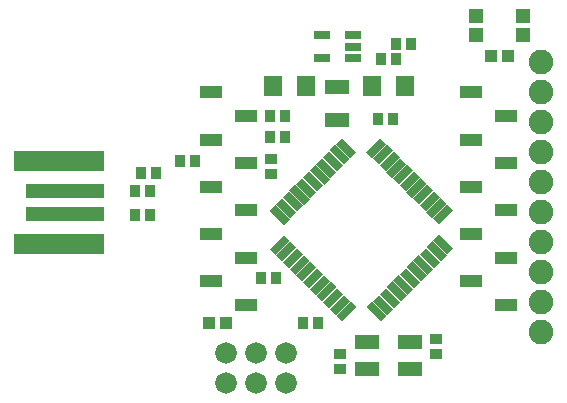
<source format=gts>
G75*
G70*
%OFA0B0*%
%FSLAX24Y24*%
%IPPOS*%
%LPD*%
%AMOC8*
5,1,8,0,0,1.08239X$1,22.5*
%
%ADD10R,0.0356X0.0434*%
%ADD11R,0.0631X0.0710*%
%ADD12R,0.0395X0.0395*%
%ADD13R,0.0671X0.0277*%
%ADD14R,0.0277X0.0671*%
%ADD15R,0.0828X0.0513*%
%ADD16R,0.0434X0.0356*%
%ADD17R,0.0789X0.0474*%
%ADD18R,0.0552X0.0297*%
%ADD19R,0.3033X0.0671*%
%ADD20R,0.2639X0.0474*%
%ADD21R,0.0749X0.0415*%
%ADD22C,0.0820*%
%ADD23R,0.0474X0.0474*%
%ADD24C,0.0720*%
D10*
X008744Y004500D03*
X009256Y004500D03*
X010144Y003000D03*
X010656Y003000D03*
X005056Y006600D03*
X004544Y006600D03*
X004544Y007400D03*
X005056Y007400D03*
X005256Y008000D03*
X004744Y008000D03*
X006044Y008400D03*
X006556Y008400D03*
X009044Y009200D03*
X009556Y009200D03*
X009556Y009900D03*
X009044Y009900D03*
X012644Y009800D03*
X013156Y009800D03*
X013256Y011800D03*
X013244Y012300D03*
X013756Y012300D03*
X012744Y011800D03*
D11*
X012449Y010900D03*
X013551Y010900D03*
X010251Y010900D03*
X009149Y010900D03*
D12*
X007005Y003000D03*
X007595Y003000D03*
X016405Y011900D03*
X016995Y011900D03*
D13*
G36*
X011733Y008493D02*
X011260Y008965D01*
X011455Y009161D01*
X011928Y008689D01*
X011733Y008493D01*
G37*
G36*
X011511Y008270D02*
X011038Y008742D01*
X011233Y008938D01*
X011706Y008466D01*
X011511Y008270D01*
G37*
G36*
X011288Y008047D02*
X010815Y008519D01*
X011010Y008715D01*
X011483Y008243D01*
X011288Y008047D01*
G37*
G36*
X011066Y007824D02*
X010593Y008296D01*
X010788Y008492D01*
X011261Y008020D01*
X011066Y007824D01*
G37*
G36*
X010844Y007601D02*
X010371Y008073D01*
X010566Y008269D01*
X011039Y007797D01*
X010844Y007601D01*
G37*
G36*
X010622Y007378D02*
X010149Y007850D01*
X010344Y008046D01*
X010817Y007574D01*
X010622Y007378D01*
G37*
G36*
X010399Y007155D02*
X009926Y007627D01*
X010121Y007823D01*
X010594Y007351D01*
X010399Y007155D01*
G37*
G36*
X010177Y006932D02*
X009704Y007404D01*
X009899Y007600D01*
X010372Y007128D01*
X010177Y006932D01*
G37*
G36*
X009955Y006709D02*
X009482Y007181D01*
X009677Y007377D01*
X010150Y006905D01*
X009955Y006709D01*
G37*
G36*
X009732Y006485D02*
X009259Y006957D01*
X009454Y007153D01*
X009927Y006681D01*
X009732Y006485D01*
G37*
G36*
X009510Y006262D02*
X009037Y006734D01*
X009232Y006930D01*
X009705Y006458D01*
X009510Y006262D01*
G37*
G36*
X013190Y003485D02*
X012717Y003957D01*
X012912Y004153D01*
X013385Y003681D01*
X013190Y003485D01*
G37*
G36*
X012967Y003262D02*
X012494Y003734D01*
X012689Y003930D01*
X013162Y003458D01*
X012967Y003262D01*
G37*
G36*
X012745Y003039D02*
X012272Y003511D01*
X012467Y003707D01*
X012940Y003235D01*
X012745Y003039D01*
G37*
G36*
X013412Y003708D02*
X012939Y004180D01*
X013134Y004376D01*
X013607Y003904D01*
X013412Y003708D01*
G37*
G36*
X013634Y003931D02*
X013161Y004403D01*
X013356Y004599D01*
X013829Y004127D01*
X013634Y003931D01*
G37*
G36*
X013856Y004154D02*
X013383Y004626D01*
X013578Y004822D01*
X014051Y004350D01*
X013856Y004154D01*
G37*
G36*
X014079Y004377D02*
X013606Y004849D01*
X013801Y005045D01*
X014274Y004573D01*
X014079Y004377D01*
G37*
G36*
X014301Y004600D02*
X013828Y005072D01*
X014023Y005268D01*
X014496Y004796D01*
X014301Y004600D01*
G37*
G36*
X014523Y004823D02*
X014050Y005295D01*
X014245Y005491D01*
X014718Y005019D01*
X014523Y004823D01*
G37*
G36*
X014746Y005047D02*
X014273Y005519D01*
X014468Y005715D01*
X014941Y005243D01*
X014746Y005047D01*
G37*
G36*
X014968Y005270D02*
X014495Y005742D01*
X014690Y005938D01*
X015163Y005466D01*
X014968Y005270D01*
G37*
D14*
G36*
X014689Y006272D02*
X014493Y006467D01*
X014965Y006940D01*
X015161Y006745D01*
X014689Y006272D01*
G37*
G36*
X014466Y006494D02*
X014270Y006689D01*
X014742Y007162D01*
X014938Y006967D01*
X014466Y006494D01*
G37*
G36*
X014243Y006717D02*
X014047Y006912D01*
X014519Y007385D01*
X014715Y007190D01*
X014243Y006717D01*
G37*
G36*
X014020Y006939D02*
X013824Y007134D01*
X014296Y007607D01*
X014492Y007412D01*
X014020Y006939D01*
G37*
G36*
X013797Y007161D02*
X013601Y007356D01*
X014073Y007829D01*
X014269Y007634D01*
X013797Y007161D01*
G37*
G36*
X013574Y007383D02*
X013378Y007578D01*
X013850Y008051D01*
X014046Y007856D01*
X013574Y007383D01*
G37*
G36*
X013351Y007606D02*
X013155Y007801D01*
X013627Y008274D01*
X013823Y008079D01*
X013351Y007606D01*
G37*
G36*
X013128Y007828D02*
X012932Y008023D01*
X013404Y008496D01*
X013600Y008301D01*
X013128Y007828D01*
G37*
G36*
X012905Y008050D02*
X012709Y008245D01*
X013181Y008718D01*
X013377Y008523D01*
X012905Y008050D01*
G37*
G36*
X012681Y008273D02*
X012485Y008468D01*
X012957Y008941D01*
X013153Y008746D01*
X012681Y008273D01*
G37*
G36*
X012458Y008495D02*
X012262Y008690D01*
X012734Y009163D01*
X012930Y008968D01*
X012458Y008495D01*
G37*
G36*
X009235Y005260D02*
X009039Y005455D01*
X009511Y005928D01*
X009707Y005733D01*
X009235Y005260D01*
G37*
G36*
X009458Y005038D02*
X009262Y005233D01*
X009734Y005706D01*
X009930Y005511D01*
X009458Y005038D01*
G37*
G36*
X009681Y004815D02*
X009485Y005010D01*
X009957Y005483D01*
X010153Y005288D01*
X009681Y004815D01*
G37*
G36*
X009904Y004593D02*
X009708Y004788D01*
X010180Y005261D01*
X010376Y005066D01*
X009904Y004593D01*
G37*
G36*
X010127Y004371D02*
X009931Y004566D01*
X010403Y005039D01*
X010599Y004844D01*
X010127Y004371D01*
G37*
G36*
X010350Y004149D02*
X010154Y004344D01*
X010626Y004817D01*
X010822Y004622D01*
X010350Y004149D01*
G37*
G36*
X010573Y003926D02*
X010377Y004121D01*
X010849Y004594D01*
X011045Y004399D01*
X010573Y003926D01*
G37*
G36*
X010796Y003704D02*
X010600Y003899D01*
X011072Y004372D01*
X011268Y004177D01*
X010796Y003704D01*
G37*
G36*
X011019Y003482D02*
X010823Y003677D01*
X011295Y004150D01*
X011491Y003955D01*
X011019Y003482D01*
G37*
G36*
X011243Y003259D02*
X011047Y003454D01*
X011519Y003927D01*
X011715Y003732D01*
X011243Y003259D01*
G37*
G36*
X011466Y003037D02*
X011270Y003232D01*
X011742Y003705D01*
X011938Y003510D01*
X011466Y003037D01*
G37*
D15*
X012272Y002353D03*
X012272Y001447D03*
X013728Y001447D03*
X013728Y002353D03*
D16*
X014600Y002456D03*
X014600Y001944D03*
X011400Y001956D03*
X011400Y001444D03*
X009100Y007944D03*
X009100Y008456D03*
D17*
X011300Y009749D03*
X011300Y010851D03*
D18*
X010788Y011826D03*
X010788Y012574D03*
X011812Y012574D03*
X011812Y012200D03*
X011812Y011826D03*
D19*
X002021Y008378D03*
X002021Y005622D03*
D20*
X002218Y006606D03*
X002218Y007394D03*
D21*
X007079Y007524D03*
X008260Y006737D03*
X007079Y005950D03*
X008260Y005162D03*
X007079Y004375D03*
X008260Y003587D03*
X008260Y008312D03*
X007079Y009099D03*
X008260Y009887D03*
X007079Y010674D03*
X015740Y010674D03*
X016921Y009887D03*
X015740Y009099D03*
X016921Y008312D03*
X015740Y007524D03*
X016921Y006737D03*
X015740Y005950D03*
X016921Y005162D03*
X015740Y004375D03*
X016921Y003587D03*
D22*
X018100Y003700D03*
X018100Y002700D03*
X018100Y004700D03*
X018100Y005700D03*
X018100Y006700D03*
X018100Y007700D03*
X018100Y008700D03*
X018100Y009700D03*
X018100Y010700D03*
X018100Y011700D03*
D23*
X017487Y012585D03*
X017487Y013215D03*
X015913Y013215D03*
X015913Y012585D03*
D24*
X009600Y002000D03*
X008600Y002000D03*
X007600Y002000D03*
X007600Y001000D03*
X008600Y001000D03*
X009600Y001000D03*
M02*

</source>
